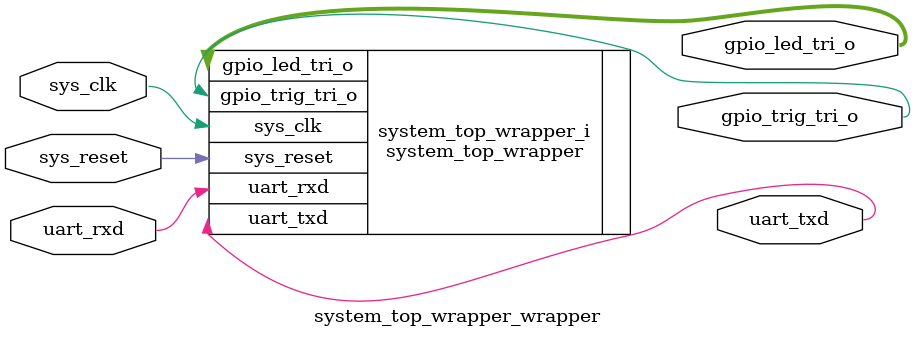
<source format=v>
`timescale 1 ps / 1 ps

module system_top_wrapper_wrapper
   (gpio_led_tri_o,
    gpio_trig_tri_o,
    sys_clk,
    sys_reset,
    uart_rxd,
    uart_txd);
  output [9:0]gpio_led_tri_o;
  output [0:0]gpio_trig_tri_o;
  input sys_clk;
  input sys_reset;
  input uart_rxd;
  output uart_txd;

  wire [9:0]gpio_led_tri_o;
  wire [0:0]gpio_trig_tri_o;
  wire sys_clk;
  wire sys_reset;
  wire uart_rxd;
  wire uart_txd;

  system_top_wrapper system_top_wrapper_i
       (.gpio_led_tri_o(gpio_led_tri_o),
        .gpio_trig_tri_o(gpio_trig_tri_o),
        .sys_clk(sys_clk),
        .sys_reset(sys_reset),
        .uart_rxd(uart_rxd),
        .uart_txd(uart_txd));
endmodule

</source>
